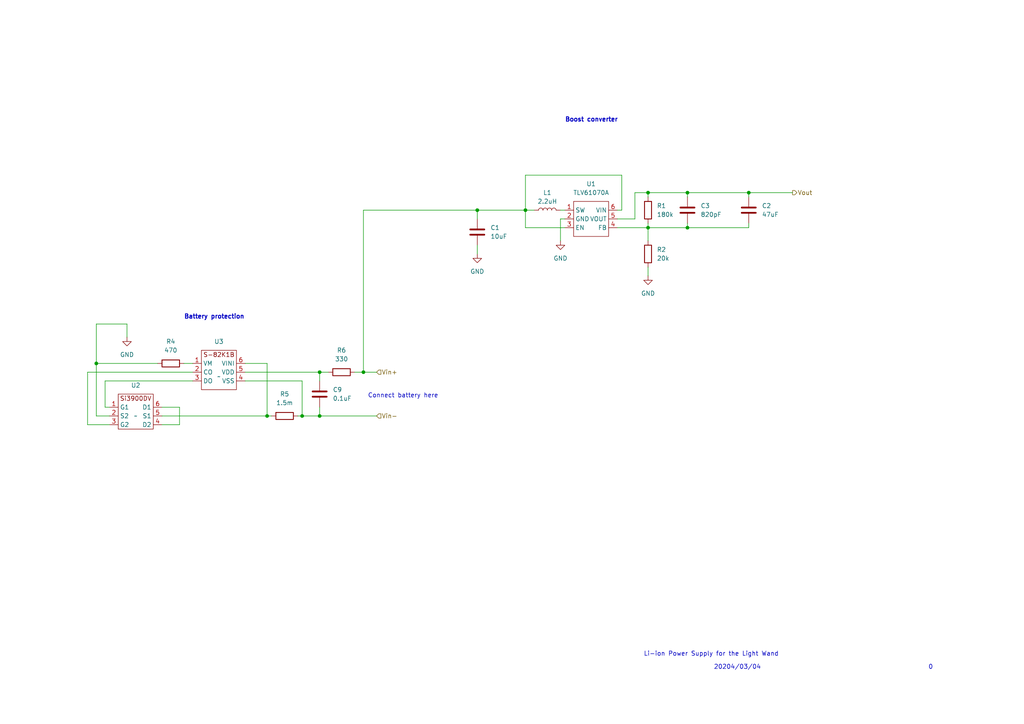
<source format=kicad_sch>
(kicad_sch (version 20230121) (generator eeschema)

  (uuid 2b14f44c-dff6-4431-acec-0de27f7a9525)

  (paper "A4")

  (lib_symbols
    (symbol "Device:C" (pin_numbers hide) (pin_names (offset 0.254)) (in_bom yes) (on_board yes)
      (property "Reference" "C" (at 0.635 2.54 0)
        (effects (font (size 1.27 1.27)) (justify left))
      )
      (property "Value" "C" (at 0.635 -2.54 0)
        (effects (font (size 1.27 1.27)) (justify left))
      )
      (property "Footprint" "" (at 0.9652 -3.81 0)
        (effects (font (size 1.27 1.27)) hide)
      )
      (property "Datasheet" "~" (at 0 0 0)
        (effects (font (size 1.27 1.27)) hide)
      )
      (property "ki_keywords" "cap capacitor" (at 0 0 0)
        (effects (font (size 1.27 1.27)) hide)
      )
      (property "ki_description" "Unpolarized capacitor" (at 0 0 0)
        (effects (font (size 1.27 1.27)) hide)
      )
      (property "ki_fp_filters" "C_*" (at 0 0 0)
        (effects (font (size 1.27 1.27)) hide)
      )
      (symbol "C_0_1"
        (polyline
          (pts
            (xy -2.032 -0.762)
            (xy 2.032 -0.762)
          )
          (stroke (width 0.508) (type default))
          (fill (type none))
        )
        (polyline
          (pts
            (xy -2.032 0.762)
            (xy 2.032 0.762)
          )
          (stroke (width 0.508) (type default))
          (fill (type none))
        )
      )
      (symbol "C_1_1"
        (pin passive line (at 0 3.81 270) (length 2.794)
          (name "~" (effects (font (size 1.27 1.27))))
          (number "1" (effects (font (size 1.27 1.27))))
        )
        (pin passive line (at 0 -3.81 90) (length 2.794)
          (name "~" (effects (font (size 1.27 1.27))))
          (number "2" (effects (font (size 1.27 1.27))))
        )
      )
    )
    (symbol "Device:L" (pin_numbers hide) (pin_names (offset 1.016) hide) (in_bom yes) (on_board yes)
      (property "Reference" "L" (at -1.27 0 90)
        (effects (font (size 1.27 1.27)))
      )
      (property "Value" "L" (at 1.905 0 90)
        (effects (font (size 1.27 1.27)))
      )
      (property "Footprint" "" (at 0 0 0)
        (effects (font (size 1.27 1.27)) hide)
      )
      (property "Datasheet" "~" (at 0 0 0)
        (effects (font (size 1.27 1.27)) hide)
      )
      (property "ki_keywords" "inductor choke coil reactor magnetic" (at 0 0 0)
        (effects (font (size 1.27 1.27)) hide)
      )
      (property "ki_description" "Inductor" (at 0 0 0)
        (effects (font (size 1.27 1.27)) hide)
      )
      (property "ki_fp_filters" "Choke_* *Coil* Inductor_* L_*" (at 0 0 0)
        (effects (font (size 1.27 1.27)) hide)
      )
      (symbol "L_0_1"
        (arc (start 0 -2.54) (mid 0.6323 -1.905) (end 0 -1.27)
          (stroke (width 0) (type default))
          (fill (type none))
        )
        (arc (start 0 -1.27) (mid 0.6323 -0.635) (end 0 0)
          (stroke (width 0) (type default))
          (fill (type none))
        )
        (arc (start 0 0) (mid 0.6323 0.635) (end 0 1.27)
          (stroke (width 0) (type default))
          (fill (type none))
        )
        (arc (start 0 1.27) (mid 0.6323 1.905) (end 0 2.54)
          (stroke (width 0) (type default))
          (fill (type none))
        )
      )
      (symbol "L_1_1"
        (pin passive line (at 0 3.81 270) (length 1.27)
          (name "1" (effects (font (size 1.27 1.27))))
          (number "1" (effects (font (size 1.27 1.27))))
        )
        (pin passive line (at 0 -3.81 90) (length 1.27)
          (name "2" (effects (font (size 1.27 1.27))))
          (number "2" (effects (font (size 1.27 1.27))))
        )
      )
    )
    (symbol "Device:R" (pin_numbers hide) (pin_names (offset 0)) (in_bom yes) (on_board yes)
      (property "Reference" "R" (at 2.032 0 90)
        (effects (font (size 1.27 1.27)))
      )
      (property "Value" "R" (at 0 0 90)
        (effects (font (size 1.27 1.27)))
      )
      (property "Footprint" "" (at -1.778 0 90)
        (effects (font (size 1.27 1.27)) hide)
      )
      (property "Datasheet" "~" (at 0 0 0)
        (effects (font (size 1.27 1.27)) hide)
      )
      (property "ki_keywords" "R res resistor" (at 0 0 0)
        (effects (font (size 1.27 1.27)) hide)
      )
      (property "ki_description" "Resistor" (at 0 0 0)
        (effects (font (size 1.27 1.27)) hide)
      )
      (property "ki_fp_filters" "R_*" (at 0 0 0)
        (effects (font (size 1.27 1.27)) hide)
      )
      (symbol "R_0_1"
        (rectangle (start -1.016 -2.54) (end 1.016 2.54)
          (stroke (width 0.254) (type default))
          (fill (type none))
        )
      )
      (symbol "R_1_1"
        (pin passive line (at 0 3.81 270) (length 1.27)
          (name "~" (effects (font (size 1.27 1.27))))
          (number "1" (effects (font (size 1.27 1.27))))
        )
        (pin passive line (at 0 -3.81 90) (length 1.27)
          (name "~" (effects (font (size 1.27 1.27))))
          (number "2" (effects (font (size 1.27 1.27))))
        )
      )
    )
    (symbol "light_wand_library:S-82K1BAM-I6T1U" (in_bom yes) (on_board yes)
      (property "Reference" "U" (at 0 8.89 0)
        (effects (font (size 1.27 1.27)))
      )
      (property "Value" "" (at 0 0 0)
        (effects (font (size 1.27 1.27)))
      )
      (property "Footprint" "" (at 0 0 0)
        (effects (font (size 1.27 1.27)) hide)
      )
      (property "Datasheet" "" (at 0 0 0)
        (effects (font (size 1.27 1.27)) hide)
      )
      (property "ki_description" "Battery Protection IC" (at 0 0 0)
        (effects (font (size 1.27 1.27)) hide)
      )
      (symbol "S-82K1BAM-I6T1U_0_1"
        (rectangle (start -5.08 7.62) (end 5.08 -3.81)
          (stroke (width 0) (type default))
          (fill (type none))
        )
      )
      (symbol "S-82K1BAM-I6T1U_1_1"
        (text "S-82K1B" (at 0 6.35 0)
          (effects (font (size 1.27 1.27)))
        )
        (pin input line (at -7.62 3.81 0) (length 2.54)
          (name "VM" (effects (font (size 1.27 1.27))))
          (number "1" (effects (font (size 1.27 1.27))))
        )
        (pin output line (at -7.62 1.27 0) (length 2.54)
          (name "CO" (effects (font (size 1.27 1.27))))
          (number "2" (effects (font (size 1.27 1.27))))
        )
        (pin output line (at -7.62 -1.27 0) (length 2.54)
          (name "DO" (effects (font (size 1.27 1.27))))
          (number "3" (effects (font (size 1.27 1.27))))
        )
        (pin input line (at 7.62 -1.27 180) (length 2.54)
          (name "VSS" (effects (font (size 1.27 1.27))))
          (number "4" (effects (font (size 1.27 1.27))))
        )
        (pin input line (at 7.62 1.27 180) (length 2.54)
          (name "VDD" (effects (font (size 1.27 1.27))))
          (number "5" (effects (font (size 1.27 1.27))))
        )
        (pin input line (at 7.62 3.81 180) (length 2.54)
          (name "VINI" (effects (font (size 1.27 1.27))))
          (number "6" (effects (font (size 1.27 1.27))))
        )
      )
    )
    (symbol "light_wand_library:Si3900DV" (in_bom yes) (on_board yes)
      (property "Reference" "U" (at 0 7.62 0)
        (effects (font (size 1.27 1.27)))
      )
      (property "Value" "" (at 0 0 0)
        (effects (font (size 1.27 1.27)))
      )
      (property "Footprint" "" (at 0 0 0)
        (effects (font (size 1.27 1.27)) hide)
      )
      (property "Datasheet" "" (at 0 0 0)
        (effects (font (size 1.27 1.27)) hide)
      )
      (property "ki_description" "Dual N-Channel MOSFET package" (at 0 0 0)
        (effects (font (size 1.27 1.27)) hide)
      )
      (symbol "Si3900DV_0_1"
        (rectangle (start -5.08 6.35) (end 5.08 -3.81)
          (stroke (width 0) (type default))
          (fill (type none))
        )
      )
      (symbol "Si3900DV_1_1"
        (text "Si3900DV" (at 0 5.08 0)
          (effects (font (size 1.27 1.27)))
        )
        (pin input line (at -7.62 2.54 0) (length 2.54)
          (name "G1" (effects (font (size 1.27 1.27))))
          (number "1" (effects (font (size 1.27 1.27))))
        )
        (pin bidirectional line (at -7.62 0 0) (length 2.54)
          (name "S2" (effects (font (size 1.27 1.27))))
          (number "2" (effects (font (size 1.27 1.27))))
        )
        (pin input line (at -7.62 -2.54 0) (length 2.54)
          (name "G2" (effects (font (size 1.27 1.27))))
          (number "3" (effects (font (size 1.27 1.27))))
        )
        (pin bidirectional line (at 7.62 -2.54 180) (length 2.54)
          (name "D2" (effects (font (size 1.27 1.27))))
          (number "4" (effects (font (size 1.27 1.27))))
        )
        (pin bidirectional line (at 7.62 0 180) (length 2.54)
          (name "S1" (effects (font (size 1.27 1.27))))
          (number "5" (effects (font (size 1.27 1.27))))
        )
        (pin bidirectional line (at 7.62 2.54 180) (length 2.54)
          (name "D1" (effects (font (size 1.27 1.27))))
          (number "6" (effects (font (size 1.27 1.27))))
        )
      )
    )
    (symbol "light_wand_library:TLV61070A" (in_bom yes) (on_board yes)
      (property "Reference" "U" (at 0 7.62 0)
        (effects (font (size 1.27 1.27)))
      )
      (property "Value" "TLV61070A" (at 0 5.08 0)
        (effects (font (size 1.27 1.27)))
      )
      (property "Footprint" "Package_TO_SOT_SMD:SOT-23-6_Handsoldering" (at 0 -7.62 0)
        (effects (font (size 1.27 1.27)) hide)
      )
      (property "Datasheet" "" (at 0 0 0)
        (effects (font (size 1.27 1.27)) hide)
      )
      (symbol "TLV61070A_0_1"
        (rectangle (start -5.08 3.81) (end 5.08 -6.35)
          (stroke (width 0) (type default))
          (fill (type none))
        )
      )
      (symbol "TLV61070A_1_1"
        (pin input line (at -7.62 1.27 0) (length 2.54)
          (name "SW" (effects (font (size 1.27 1.27))))
          (number "1" (effects (font (size 1.27 1.27))))
        )
        (pin input line (at -7.62 -1.27 0) (length 2.54)
          (name "GND" (effects (font (size 1.27 1.27))))
          (number "2" (effects (font (size 1.27 1.27))))
        )
        (pin input line (at -7.62 -3.81 0) (length 2.54)
          (name "EN" (effects (font (size 1.27 1.27))))
          (number "3" (effects (font (size 1.27 1.27))))
        )
        (pin input line (at 7.62 -3.81 180) (length 2.54)
          (name "FB" (effects (font (size 1.27 1.27))))
          (number "4" (effects (font (size 1.27 1.27))))
        )
        (pin input line (at 7.62 -1.27 180) (length 2.54)
          (name "VOUT" (effects (font (size 1.27 1.27))))
          (number "5" (effects (font (size 1.27 1.27))))
        )
        (pin input line (at 7.62 1.27 180) (length 2.54)
          (name "VIN" (effects (font (size 1.27 1.27))))
          (number "6" (effects (font (size 1.27 1.27))))
        )
      )
    )
    (symbol "power:GND" (power) (pin_names (offset 0)) (in_bom yes) (on_board yes)
      (property "Reference" "#PWR" (at 0 -6.35 0)
        (effects (font (size 1.27 1.27)) hide)
      )
      (property "Value" "GND" (at 0 -3.81 0)
        (effects (font (size 1.27 1.27)))
      )
      (property "Footprint" "" (at 0 0 0)
        (effects (font (size 1.27 1.27)) hide)
      )
      (property "Datasheet" "" (at 0 0 0)
        (effects (font (size 1.27 1.27)) hide)
      )
      (property "ki_keywords" "global power" (at 0 0 0)
        (effects (font (size 1.27 1.27)) hide)
      )
      (property "ki_description" "Power symbol creates a global label with name \"GND\" , ground" (at 0 0 0)
        (effects (font (size 1.27 1.27)) hide)
      )
      (symbol "GND_0_1"
        (polyline
          (pts
            (xy 0 0)
            (xy 0 -1.27)
            (xy 1.27 -1.27)
            (xy 0 -2.54)
            (xy -1.27 -1.27)
            (xy 0 -1.27)
          )
          (stroke (width 0) (type default))
          (fill (type none))
        )
      )
      (symbol "GND_1_1"
        (pin power_in line (at 0 0 270) (length 0) hide
          (name "GND" (effects (font (size 1.27 1.27))))
          (number "1" (effects (font (size 1.27 1.27))))
        )
      )
    )
  )

  (junction (at 92.71 107.95) (diameter 0) (color 0 0 0 0)
    (uuid 09e3aab2-4bdc-4cb1-a9d0-16210e6fbead)
  )
  (junction (at 187.96 55.88) (diameter 0) (color 0 0 0 0)
    (uuid 0cce8915-8d48-44e4-9354-61a060d87a40)
  )
  (junction (at 217.17 55.88) (diameter 0) (color 0 0 0 0)
    (uuid 12b413a6-110c-4d62-8047-e92b7d12b947)
  )
  (junction (at 199.39 66.04) (diameter 0) (color 0 0 0 0)
    (uuid 25158f69-c697-4154-9345-f7b81ad260da)
  )
  (junction (at 187.96 66.04) (diameter 0) (color 0 0 0 0)
    (uuid 50f1adf5-4182-4205-95b5-c18b1a9d26cc)
  )
  (junction (at 152.4 60.96) (diameter 0) (color 0 0 0 0)
    (uuid 6f955d38-a641-49c8-a6c2-430deda6126d)
  )
  (junction (at 87.63 120.65) (diameter 0) (color 0 0 0 0)
    (uuid 8bed1c84-38c0-426c-976e-6262dff4b93e)
  )
  (junction (at 77.47 120.65) (diameter 0) (color 0 0 0 0)
    (uuid 8f20e0b6-7e31-4fb8-8881-cdf41aee2f92)
  )
  (junction (at 199.39 55.88) (diameter 0) (color 0 0 0 0)
    (uuid 915c8383-5d97-43b1-9fbd-45342312d2f2)
  )
  (junction (at 92.71 120.65) (diameter 0) (color 0 0 0 0)
    (uuid af3dd391-eb11-456f-8565-320ec9b57179)
  )
  (junction (at 105.41 107.95) (diameter 0) (color 0 0 0 0)
    (uuid d193cad7-dca7-4fd0-8248-0c6d0668ab22)
  )
  (junction (at 27.94 105.41) (diameter 0) (color 0 0 0 0)
    (uuid d4ff59c0-bdb1-4b45-8943-1f0641628ba1)
  )
  (junction (at 138.43 60.96) (diameter 0) (color 0 0 0 0)
    (uuid fa6e2bc5-4aa5-44fe-9dfc-71bfce856cfd)
  )

  (wire (pts (xy 138.43 60.96) (xy 105.41 60.96))
    (stroke (width 0) (type default))
    (uuid 0427632a-b215-4fd2-aa0c-b7f87ad668ed)
  )
  (wire (pts (xy 92.71 107.95) (xy 95.25 107.95))
    (stroke (width 0) (type default))
    (uuid 07b0cff7-c9e9-428e-b5ee-3b4b283bf0ef)
  )
  (wire (pts (xy 199.39 55.88) (xy 217.17 55.88))
    (stroke (width 0) (type default))
    (uuid 0c3c3e05-35bf-48fa-a4aa-57e8b21395f6)
  )
  (wire (pts (xy 152.4 50.8) (xy 152.4 60.96))
    (stroke (width 0) (type default))
    (uuid 0c6a0df7-902d-489e-800d-97354779c7e5)
  )
  (wire (pts (xy 199.39 66.04) (xy 199.39 64.77))
    (stroke (width 0) (type default))
    (uuid 0d42a1e7-66fe-4604-9c6c-4d961c9b641b)
  )
  (wire (pts (xy 55.88 107.95) (xy 25.4 107.95))
    (stroke (width 0) (type default))
    (uuid 0eb85ed5-2ff4-4af6-9425-d563909bef21)
  )
  (wire (pts (xy 179.07 63.5) (xy 184.15 63.5))
    (stroke (width 0) (type default))
    (uuid 0eed3b6b-d942-4453-97b5-932879e01b32)
  )
  (wire (pts (xy 27.94 120.65) (xy 27.94 105.41))
    (stroke (width 0) (type default))
    (uuid 0f41dc93-10dc-45ec-af9b-e4120fc98b39)
  )
  (wire (pts (xy 187.96 66.04) (xy 187.96 69.85))
    (stroke (width 0) (type default))
    (uuid 0f5e9e73-527e-4d38-88bc-9720063ef863)
  )
  (wire (pts (xy 180.34 60.96) (xy 179.07 60.96))
    (stroke (width 0) (type default))
    (uuid 1007b81d-dad4-4d00-8fea-8a3ee47fc39e)
  )
  (wire (pts (xy 217.17 55.88) (xy 217.17 57.15))
    (stroke (width 0) (type default))
    (uuid 10ae4c13-2547-487e-8a12-5cac51969e3d)
  )
  (wire (pts (xy 87.63 120.65) (xy 92.71 120.65))
    (stroke (width 0) (type default))
    (uuid 1168c92e-5654-42e1-9206-a97ebfd56dd3)
  )
  (wire (pts (xy 77.47 120.65) (xy 78.74 120.65))
    (stroke (width 0) (type default))
    (uuid 16f7fb88-50e0-4e5c-bfc3-a1f7c922b778)
  )
  (wire (pts (xy 71.12 110.49) (xy 87.63 110.49))
    (stroke (width 0) (type default))
    (uuid 2252dd0a-4cc5-4acd-ade1-962008018b34)
  )
  (wire (pts (xy 187.96 66.04) (xy 187.96 64.77))
    (stroke (width 0) (type default))
    (uuid 3119f26f-8353-49ec-b45f-714ac1a360de)
  )
  (wire (pts (xy 187.96 55.88) (xy 199.39 55.88))
    (stroke (width 0) (type default))
    (uuid 32d160bf-3f7c-4184-8309-7ffe3a2f24f2)
  )
  (wire (pts (xy 92.71 118.11) (xy 92.71 120.65))
    (stroke (width 0) (type default))
    (uuid 33cde3af-ab81-4b33-8ac9-e09c417a25e0)
  )
  (wire (pts (xy 25.4 123.19) (xy 31.75 123.19))
    (stroke (width 0) (type default))
    (uuid 3664ad67-119e-465e-b620-373e9da0fc4a)
  )
  (wire (pts (xy 27.94 105.41) (xy 27.94 93.98))
    (stroke (width 0) (type default))
    (uuid 37041623-5f2b-42ca-be95-349d9c0bf76a)
  )
  (wire (pts (xy 162.56 60.96) (xy 163.83 60.96))
    (stroke (width 0) (type default))
    (uuid 3b610b64-8daf-426e-9bbb-7ec8e450b7fb)
  )
  (wire (pts (xy 180.34 50.8) (xy 152.4 50.8))
    (stroke (width 0) (type default))
    (uuid 45de2145-4d82-4d0f-b4d0-9096e0b79dbc)
  )
  (wire (pts (xy 27.94 105.41) (xy 45.72 105.41))
    (stroke (width 0) (type default))
    (uuid 474d6b1e-cfd0-446b-aec5-fbcddb1c1af1)
  )
  (wire (pts (xy 46.99 120.65) (xy 77.47 120.65))
    (stroke (width 0) (type default))
    (uuid 4eb4d782-643a-4479-925a-f312fba11ef4)
  )
  (wire (pts (xy 152.4 66.04) (xy 163.83 66.04))
    (stroke (width 0) (type default))
    (uuid 5215c6a1-ce61-4d9f-b9c3-476c127a6372)
  )
  (wire (pts (xy 180.34 50.8) (xy 180.34 60.96))
    (stroke (width 0) (type default))
    (uuid 548755ff-50bc-4b3b-a7bf-d78ffb5f75ea)
  )
  (wire (pts (xy 152.4 60.96) (xy 152.4 66.04))
    (stroke (width 0) (type default))
    (uuid 588332b0-340e-4cc8-bb31-bb215d93dcdc)
  )
  (wire (pts (xy 30.48 118.11) (xy 31.75 118.11))
    (stroke (width 0) (type default))
    (uuid 5e633a2b-73e3-4290-981b-9b1cb4114dbb)
  )
  (wire (pts (xy 217.17 55.88) (xy 229.87 55.88))
    (stroke (width 0) (type default))
    (uuid 617eccc2-9779-4d7f-99c9-1a26e0310b69)
  )
  (wire (pts (xy 31.75 120.65) (xy 27.94 120.65))
    (stroke (width 0) (type default))
    (uuid 678bbe47-8c7a-4039-83d6-3b8e12ab5dea)
  )
  (wire (pts (xy 92.71 107.95) (xy 92.71 110.49))
    (stroke (width 0) (type default))
    (uuid 6ba03c41-f5e9-4198-ac50-631b3b54f1df)
  )
  (wire (pts (xy 162.56 63.5) (xy 162.56 69.85))
    (stroke (width 0) (type default))
    (uuid 6c0afbe1-2922-4d50-b5d2-d13660ee758e)
  )
  (wire (pts (xy 55.88 110.49) (xy 30.48 110.49))
    (stroke (width 0) (type default))
    (uuid 7992a861-d82a-4456-8e86-f10d9fe33186)
  )
  (wire (pts (xy 184.15 63.5) (xy 184.15 55.88))
    (stroke (width 0) (type default))
    (uuid 7ccc94c0-ae53-458d-98f8-b525371befc5)
  )
  (wire (pts (xy 71.12 107.95) (xy 92.71 107.95))
    (stroke (width 0) (type default))
    (uuid 7f1afea2-4262-41eb-93f9-82a0d19f0b98)
  )
  (wire (pts (xy 187.96 57.15) (xy 187.96 55.88))
    (stroke (width 0) (type default))
    (uuid 874a47e8-98ce-4d53-ac38-ebf9c5a9ae4c)
  )
  (wire (pts (xy 187.96 66.04) (xy 199.39 66.04))
    (stroke (width 0) (type default))
    (uuid 874bef2d-ab6e-46a7-bf3c-43ad8988b342)
  )
  (wire (pts (xy 87.63 110.49) (xy 87.63 120.65))
    (stroke (width 0) (type default))
    (uuid 8b967ecc-8022-4eb9-92f9-90c71f89ebf4)
  )
  (wire (pts (xy 199.39 55.88) (xy 199.39 57.15))
    (stroke (width 0) (type default))
    (uuid 8fa6ea0c-90c0-40f8-95ba-0005ff295cb4)
  )
  (wire (pts (xy 77.47 105.41) (xy 71.12 105.41))
    (stroke (width 0) (type default))
    (uuid 918a4d43-ffdd-4e8d-9f79-a1d988cbeec0)
  )
  (wire (pts (xy 138.43 71.12) (xy 138.43 73.66))
    (stroke (width 0) (type default))
    (uuid 9219aa2c-10e4-41db-af10-22f6131744d1)
  )
  (wire (pts (xy 105.41 60.96) (xy 105.41 107.95))
    (stroke (width 0) (type default))
    (uuid 94a5cbe5-7d01-4226-818f-974f605e18cd)
  )
  (wire (pts (xy 138.43 60.96) (xy 152.4 60.96))
    (stroke (width 0) (type default))
    (uuid 99876e3a-fffc-42b6-a335-339a86abd784)
  )
  (wire (pts (xy 184.15 55.88) (xy 187.96 55.88))
    (stroke (width 0) (type default))
    (uuid 99d4b90c-7369-4c75-a0d7-2693cb7fcf52)
  )
  (wire (pts (xy 46.99 123.19) (xy 52.07 123.19))
    (stroke (width 0) (type default))
    (uuid a0f9b6d2-0e41-41e1-93d0-0b39070a4949)
  )
  (wire (pts (xy 187.96 77.47) (xy 187.96 80.01))
    (stroke (width 0) (type default))
    (uuid ab28af3f-6c44-4e09-8cf3-9dae45bb7d3e)
  )
  (wire (pts (xy 53.34 105.41) (xy 55.88 105.41))
    (stroke (width 0) (type default))
    (uuid aeccb4cc-9e62-445d-96f5-87dafd14811e)
  )
  (wire (pts (xy 30.48 110.49) (xy 30.48 118.11))
    (stroke (width 0) (type default))
    (uuid b02e834c-50bd-4e3d-b7f6-5b04a70bc489)
  )
  (wire (pts (xy 46.99 118.11) (xy 52.07 118.11))
    (stroke (width 0) (type default))
    (uuid b47dada3-0ff5-4bf9-b914-1c850aac82c3)
  )
  (wire (pts (xy 217.17 66.04) (xy 217.17 64.77))
    (stroke (width 0) (type default))
    (uuid b6f859d2-1c50-48ae-ad8c-181485bef5bf)
  )
  (wire (pts (xy 152.4 60.96) (xy 154.94 60.96))
    (stroke (width 0) (type default))
    (uuid bc4ff4e8-0351-4667-90aa-f663c47bf681)
  )
  (wire (pts (xy 163.83 63.5) (xy 162.56 63.5))
    (stroke (width 0) (type default))
    (uuid bc71b211-c05f-4b25-9743-f6ee179feac2)
  )
  (wire (pts (xy 27.94 93.98) (xy 36.83 93.98))
    (stroke (width 0) (type default))
    (uuid beef212b-5339-4398-9329-fdfd5515e393)
  )
  (wire (pts (xy 179.07 66.04) (xy 187.96 66.04))
    (stroke (width 0) (type default))
    (uuid bf0fec86-f478-4313-aa44-6d34bdf1d346)
  )
  (wire (pts (xy 36.83 93.98) (xy 36.83 97.79))
    (stroke (width 0) (type default))
    (uuid c6dccda3-2137-46f0-9e9a-5f42d4dd61b9)
  )
  (wire (pts (xy 199.39 66.04) (xy 217.17 66.04))
    (stroke (width 0) (type default))
    (uuid d82fb50d-8d0a-43fc-b9b5-7a02dcc1f8f2)
  )
  (wire (pts (xy 25.4 107.95) (xy 25.4 123.19))
    (stroke (width 0) (type default))
    (uuid d98c3ea5-3728-42cc-8543-3b6864647d15)
  )
  (wire (pts (xy 92.71 120.65) (xy 109.22 120.65))
    (stroke (width 0) (type default))
    (uuid dcb385ba-bf24-498a-89a8-c01771444510)
  )
  (wire (pts (xy 105.41 107.95) (xy 109.22 107.95))
    (stroke (width 0) (type default))
    (uuid e17ddcc2-9c0e-4b85-80a7-d7ff12c0d3e4)
  )
  (wire (pts (xy 52.07 118.11) (xy 52.07 123.19))
    (stroke (width 0) (type default))
    (uuid e4bda5a2-f7c1-45ef-9d41-0458706a8fc8)
  )
  (wire (pts (xy 102.87 107.95) (xy 105.41 107.95))
    (stroke (width 0) (type default))
    (uuid eab1847d-2752-43a7-a4af-cf79eff92009)
  )
  (wire (pts (xy 86.36 120.65) (xy 87.63 120.65))
    (stroke (width 0) (type default))
    (uuid eab2e7de-330a-472c-8acd-c168e917f2ec)
  )
  (wire (pts (xy 138.43 60.96) (xy 138.43 63.5))
    (stroke (width 0) (type default))
    (uuid f173e2a6-b7a2-461f-ac2d-5d39af8cf72c)
  )
  (wire (pts (xy 77.47 120.65) (xy 77.47 105.41))
    (stroke (width 0) (type default))
    (uuid ff8456e7-89dd-46a4-8fb4-06efaacab493)
  )

  (text "Boost converter" (at 163.83 35.56 0)
    (effects (font (size 1.27 1.27) (thickness 0.254) bold) (justify left bottom))
    (uuid 352e29a8-4456-4150-a49a-97745cd5a0b7)
  )
  (text "20204/03/04" (at 207.01 194.31 0)
    (effects (font (size 1.27 1.27)) (justify left bottom))
    (uuid 6f872f7b-b5ba-4013-b7b2-5c684500a00c)
  )
  (text "Li-ion Power Supply for the Light Wand\n" (at 186.69 190.5 0)
    (effects (font (size 1.27 1.27)) (justify left bottom))
    (uuid 92f5668c-aa18-4d7b-b476-07450ddcfa5c)
  )
  (text "Connect battery here" (at 106.68 115.57 0)
    (effects (font (size 1.27 1.27)) (justify left bottom))
    (uuid abd291c0-1d81-4524-a875-8cab57aadef6)
  )
  (text "Battery protection" (at 53.34 92.71 0)
    (effects (font (size 1.27 1.27) (thickness 0.254) bold) (justify left bottom))
    (uuid ea890aaa-ef76-4fc3-ba3c-261a034c20b2)
  )
  (text "0" (at 269.24 194.31 0)
    (effects (font (size 1.27 1.27)) (justify left bottom))
    (uuid ee3be14e-d715-404a-941b-0a29026b6347)
  )

  (hierarchical_label "Vin-" (shape input) (at 109.22 120.65 0) (fields_autoplaced)
    (effects (font (size 1.27 1.27)) (justify left))
    (uuid 9e1bc100-5593-4f96-a09a-8f12340bb8d2)
  )
  (hierarchical_label "Vout" (shape output) (at 229.87 55.88 0) (fields_autoplaced)
    (effects (font (size 1.27 1.27)) (justify left))
    (uuid c3d4fb28-8797-499c-ab59-bd2b6873b9d6)
  )
  (hierarchical_label "Vin+" (shape input) (at 109.22 107.95 0) (fields_autoplaced)
    (effects (font (size 1.27 1.27)) (justify left))
    (uuid d426c08c-02a3-451e-bc07-d9f6974519f9)
  )

  (symbol (lib_id "Device:C") (at 92.71 114.3 0) (unit 1)
    (in_bom yes) (on_board yes) (dnp no) (fields_autoplaced)
    (uuid 0353868f-a027-4c1b-b5dd-2c099450fd36)
    (property "Reference" "C9" (at 96.52 113.03 0)
      (effects (font (size 1.27 1.27)) (justify left))
    )
    (property "Value" "0.1uF" (at 96.52 115.57 0)
      (effects (font (size 1.27 1.27)) (justify left))
    )
    (property "Footprint" "" (at 93.6752 118.11 0)
      (effects (font (size 1.27 1.27)) hide)
    )
    (property "Datasheet" "~" (at 92.71 114.3 0)
      (effects (font (size 1.27 1.27)) hide)
    )
    (pin "1" (uuid 803e34b4-3f42-4f5e-8f2a-cbdfdaa55937))
    (pin "2" (uuid 815b52e1-ad7d-40da-a1dd-63e64c7a3cf4))
    (instances
      (project "light_wand"
        (path "/1490551a-2c24-45df-b317-45d6c7f84af9/1ba98658-464e-4305-848f-5f718e928d99"
          (reference "C9") (unit 1)
        )
      )
    )
  )

  (symbol (lib_id "light_wand_library:Si3900DV") (at 39.37 120.65 0) (unit 1)
    (in_bom yes) (on_board yes) (dnp no) (fields_autoplaced)
    (uuid 0a493789-7ab4-4da5-baa4-9d82df52e584)
    (property "Reference" "U2" (at 39.37 111.76 0)
      (effects (font (size 1.27 1.27)))
    )
    (property "Value" "~" (at 39.37 120.65 0)
      (effects (font (size 1.27 1.27)))
    )
    (property "Footprint" "Package_SO:TSOP-6_1.65x3.05mm_P0.95mm" (at 39.37 120.65 0)
      (effects (font (size 1.27 1.27)) hide)
    )
    (property "Datasheet" "" (at 39.37 120.65 0)
      (effects (font (size 1.27 1.27)) hide)
    )
    (pin "1" (uuid 00a28d00-5df7-4952-8d1a-80a93f0fa649))
    (pin "2" (uuid 258e1783-e6fd-4fba-b5f2-3d2be0a3b50e))
    (pin "3" (uuid 96a2bda0-b71a-4729-b538-736e963119da))
    (pin "4" (uuid a34a71e0-5449-4381-924f-f53d3254f843))
    (pin "5" (uuid 7993bad5-5872-4f24-bea7-a44d1010209e))
    (pin "6" (uuid a4de8d53-5674-4ef9-81b8-6e57abb43a5d))
    (instances
      (project "light_wand"
        (path "/1490551a-2c24-45df-b317-45d6c7f84af9/1ba98658-464e-4305-848f-5f718e928d99"
          (reference "U2") (unit 1)
        )
      )
    )
  )

  (symbol (lib_id "power:GND") (at 138.43 73.66 0) (unit 1)
    (in_bom yes) (on_board yes) (dnp no) (fields_autoplaced)
    (uuid 17ce5cee-9913-4204-8dfc-5567e7684f8a)
    (property "Reference" "#PWR01" (at 138.43 80.01 0)
      (effects (font (size 1.27 1.27)) hide)
    )
    (property "Value" "GND" (at 138.43 78.74 0)
      (effects (font (size 1.27 1.27)))
    )
    (property "Footprint" "" (at 138.43 73.66 0)
      (effects (font (size 1.27 1.27)) hide)
    )
    (property "Datasheet" "" (at 138.43 73.66 0)
      (effects (font (size 1.27 1.27)) hide)
    )
    (pin "1" (uuid 7252d35f-fa1d-4788-a70b-e47c59d776de))
    (instances
      (project "light_wand"
        (path "/1490551a-2c24-45df-b317-45d6c7f84af9/1ba98658-464e-4305-848f-5f718e928d99"
          (reference "#PWR01") (unit 1)
        )
      )
    )
  )

  (symbol (lib_id "Device:R") (at 187.96 60.96 0) (unit 1)
    (in_bom yes) (on_board yes) (dnp no) (fields_autoplaced)
    (uuid 1f549cfd-afb8-4714-aebe-3e5896a83001)
    (property "Reference" "R1" (at 190.5 59.69 0)
      (effects (font (size 1.27 1.27)) (justify left))
    )
    (property "Value" "180k" (at 190.5 62.23 0)
      (effects (font (size 1.27 1.27)) (justify left))
    )
    (property "Footprint" "" (at 186.182 60.96 90)
      (effects (font (size 1.27 1.27)) hide)
    )
    (property "Datasheet" "~" (at 187.96 60.96 0)
      (effects (font (size 1.27 1.27)) hide)
    )
    (pin "1" (uuid 6b4e9f71-b41d-4b72-a89f-f655fdffe780))
    (pin "2" (uuid e7f53cd8-a9bf-416a-a493-826de2d438e4))
    (instances
      (project "light_wand"
        (path "/1490551a-2c24-45df-b317-45d6c7f84af9/1ba98658-464e-4305-848f-5f718e928d99"
          (reference "R1") (unit 1)
        )
      )
    )
  )

  (symbol (lib_id "Device:L") (at 158.75 60.96 90) (unit 1)
    (in_bom yes) (on_board yes) (dnp no) (fields_autoplaced)
    (uuid 2e2d359e-d72c-4bfb-9daf-b1d25546802f)
    (property "Reference" "L1" (at 158.75 55.88 90)
      (effects (font (size 1.27 1.27)))
    )
    (property "Value" "2.2uH" (at 158.75 58.42 90)
      (effects (font (size 1.27 1.27)))
    )
    (property "Footprint" "light_wand_footprints:74438357022_4.1x3.1mm_Inductor" (at 158.75 60.96 0)
      (effects (font (size 1.27 1.27)) hide)
    )
    (property "Datasheet" "https://www.we-online.com/components/products/datasheet/74438357022.pdf" (at 158.75 60.96 0)
      (effects (font (size 1.27 1.27)) hide)
    )
    (pin "1" (uuid 071fae31-085f-4808-acfa-7a0964806a6b))
    (pin "2" (uuid c26e91d0-a67a-44d7-8334-e29ce36e2344))
    (instances
      (project "light_wand"
        (path "/1490551a-2c24-45df-b317-45d6c7f84af9/1ba98658-464e-4305-848f-5f718e928d99"
          (reference "L1") (unit 1)
        )
      )
    )
  )

  (symbol (lib_id "power:GND") (at 36.83 97.79 0) (unit 1)
    (in_bom yes) (on_board yes) (dnp no) (fields_autoplaced)
    (uuid 3bf217c6-b670-475f-970f-2d7d4ccaba68)
    (property "Reference" "#PWR011" (at 36.83 104.14 0)
      (effects (font (size 1.27 1.27)) hide)
    )
    (property "Value" "GND" (at 36.83 102.87 0)
      (effects (font (size 1.27 1.27)))
    )
    (property "Footprint" "" (at 36.83 97.79 0)
      (effects (font (size 1.27 1.27)) hide)
    )
    (property "Datasheet" "" (at 36.83 97.79 0)
      (effects (font (size 1.27 1.27)) hide)
    )
    (pin "1" (uuid ed871861-b191-4657-a3d0-2a680546060c))
    (instances
      (project "light_wand"
        (path "/1490551a-2c24-45df-b317-45d6c7f84af9/1ba98658-464e-4305-848f-5f718e928d99"
          (reference "#PWR011") (unit 1)
        )
      )
    )
  )

  (symbol (lib_id "Device:R") (at 99.06 107.95 90) (unit 1)
    (in_bom yes) (on_board yes) (dnp no) (fields_autoplaced)
    (uuid 4a4ef522-7076-4d5b-a439-854e75eb8945)
    (property "Reference" "R6" (at 99.06 101.6 90)
      (effects (font (size 1.27 1.27)))
    )
    (property "Value" "330" (at 99.06 104.14 90)
      (effects (font (size 1.27 1.27)))
    )
    (property "Footprint" "" (at 99.06 109.728 90)
      (effects (font (size 1.27 1.27)) hide)
    )
    (property "Datasheet" "~" (at 99.06 107.95 0)
      (effects (font (size 1.27 1.27)) hide)
    )
    (pin "1" (uuid f2b8ef75-b3ef-438d-a125-b6496663923d))
    (pin "2" (uuid a256e145-ec8b-46ac-a30c-63c04b391593))
    (instances
      (project "light_wand"
        (path "/1490551a-2c24-45df-b317-45d6c7f84af9/1ba98658-464e-4305-848f-5f718e928d99"
          (reference "R6") (unit 1)
        )
      )
    )
  )

  (symbol (lib_id "power:GND") (at 187.96 80.01 0) (unit 1)
    (in_bom yes) (on_board yes) (dnp no) (fields_autoplaced)
    (uuid 5b2645ff-ab9c-4306-971e-f9d1cfea87eb)
    (property "Reference" "#PWR03" (at 187.96 86.36 0)
      (effects (font (size 1.27 1.27)) hide)
    )
    (property "Value" "GND" (at 187.96 85.09 0)
      (effects (font (size 1.27 1.27)))
    )
    (property "Footprint" "" (at 187.96 80.01 0)
      (effects (font (size 1.27 1.27)) hide)
    )
    (property "Datasheet" "" (at 187.96 80.01 0)
      (effects (font (size 1.27 1.27)) hide)
    )
    (pin "1" (uuid 6481986a-503e-4b6d-b044-4696119b9005))
    (instances
      (project "light_wand"
        (path "/1490551a-2c24-45df-b317-45d6c7f84af9/1ba98658-464e-4305-848f-5f718e928d99"
          (reference "#PWR03") (unit 1)
        )
      )
    )
  )

  (symbol (lib_id "power:GND") (at 162.56 69.85 0) (unit 1)
    (in_bom yes) (on_board yes) (dnp no) (fields_autoplaced)
    (uuid 612498b1-cd8c-4c5f-a0ce-612fbe472c2a)
    (property "Reference" "#PWR02" (at 162.56 76.2 0)
      (effects (font (size 1.27 1.27)) hide)
    )
    (property "Value" "GND" (at 162.56 74.93 0)
      (effects (font (size 1.27 1.27)))
    )
    (property "Footprint" "" (at 162.56 69.85 0)
      (effects (font (size 1.27 1.27)) hide)
    )
    (property "Datasheet" "" (at 162.56 69.85 0)
      (effects (font (size 1.27 1.27)) hide)
    )
    (pin "1" (uuid f1f65a18-a575-4e39-95ff-306260d7552e))
    (instances
      (project "light_wand"
        (path "/1490551a-2c24-45df-b317-45d6c7f84af9/1ba98658-464e-4305-848f-5f718e928d99"
          (reference "#PWR02") (unit 1)
        )
      )
    )
  )

  (symbol (lib_id "Device:C") (at 217.17 60.96 0) (unit 1)
    (in_bom yes) (on_board yes) (dnp no) (fields_autoplaced)
    (uuid 65e37af7-a1d2-415b-845a-c38f45e7cdd4)
    (property "Reference" "C2" (at 220.98 59.69 0)
      (effects (font (size 1.27 1.27)) (justify left))
    )
    (property "Value" "47uF" (at 220.98 62.23 0)
      (effects (font (size 1.27 1.27)) (justify left))
    )
    (property "Footprint" "" (at 218.1352 64.77 0)
      (effects (font (size 1.27 1.27)) hide)
    )
    (property "Datasheet" "~" (at 217.17 60.96 0)
      (effects (font (size 1.27 1.27)) hide)
    )
    (pin "1" (uuid 07fb104b-335f-46cd-ba5e-df3a6e254a15))
    (pin "2" (uuid 9d2df9d0-b764-4d1c-9068-f4ce1901efe5))
    (instances
      (project "light_wand"
        (path "/1490551a-2c24-45df-b317-45d6c7f84af9/1ba98658-464e-4305-848f-5f718e928d99"
          (reference "C2") (unit 1)
        )
      )
    )
  )

  (symbol (lib_id "Device:C") (at 199.39 60.96 0) (unit 1)
    (in_bom yes) (on_board yes) (dnp no) (fields_autoplaced)
    (uuid 838d4d43-576e-47bd-9e80-93ed1d659770)
    (property "Reference" "C3" (at 203.2 59.69 0)
      (effects (font (size 1.27 1.27)) (justify left))
    )
    (property "Value" "820pF" (at 203.2 62.23 0)
      (effects (font (size 1.27 1.27)) (justify left))
    )
    (property "Footprint" "" (at 200.3552 64.77 0)
      (effects (font (size 1.27 1.27)) hide)
    )
    (property "Datasheet" "~" (at 199.39 60.96 0)
      (effects (font (size 1.27 1.27)) hide)
    )
    (pin "1" (uuid c7e0d3a0-2a3e-441f-b980-38a26cde8304))
    (pin "2" (uuid 69e98f87-22be-42d6-b0ed-7797fdc4040b))
    (instances
      (project "light_wand"
        (path "/1490551a-2c24-45df-b317-45d6c7f84af9/1ba98658-464e-4305-848f-5f718e928d99"
          (reference "C3") (unit 1)
        )
      )
    )
  )

  (symbol (lib_id "Device:R") (at 187.96 73.66 0) (unit 1)
    (in_bom yes) (on_board yes) (dnp no) (fields_autoplaced)
    (uuid 970cf666-98b8-4db2-9c6f-2109c88225e4)
    (property "Reference" "R2" (at 190.5 72.39 0)
      (effects (font (size 1.27 1.27)) (justify left))
    )
    (property "Value" "20k" (at 190.5 74.93 0)
      (effects (font (size 1.27 1.27)) (justify left))
    )
    (property "Footprint" "" (at 186.182 73.66 90)
      (effects (font (size 1.27 1.27)) hide)
    )
    (property "Datasheet" "~" (at 187.96 73.66 0)
      (effects (font (size 1.27 1.27)) hide)
    )
    (pin "1" (uuid f8ebf513-d2b3-4f05-8e95-9493690da642))
    (pin "2" (uuid 06ad35bf-8898-4595-977b-71b833eb758c))
    (instances
      (project "light_wand"
        (path "/1490551a-2c24-45df-b317-45d6c7f84af9/1ba98658-464e-4305-848f-5f718e928d99"
          (reference "R2") (unit 1)
        )
      )
    )
  )

  (symbol (lib_id "Device:R") (at 82.55 120.65 90) (unit 1)
    (in_bom yes) (on_board yes) (dnp no) (fields_autoplaced)
    (uuid 98918691-8988-43ea-8e9b-4e357a4a81de)
    (property "Reference" "R5" (at 82.55 114.3 90)
      (effects (font (size 1.27 1.27)))
    )
    (property "Value" "1.5m" (at 82.55 116.84 90)
      (effects (font (size 1.27 1.27)))
    )
    (property "Footprint" "" (at 82.55 122.428 90)
      (effects (font (size 1.27 1.27)) hide)
    )
    (property "Datasheet" "~" (at 82.55 120.65 0)
      (effects (font (size 1.27 1.27)) hide)
    )
    (pin "1" (uuid a30bd41d-3a5e-4d8b-bbd0-911593509e52))
    (pin "2" (uuid 9b91f7b6-8d12-42d1-965a-a22a66026586))
    (instances
      (project "light_wand"
        (path "/1490551a-2c24-45df-b317-45d6c7f84af9/1ba98658-464e-4305-848f-5f718e928d99"
          (reference "R5") (unit 1)
        )
      )
    )
  )

  (symbol (lib_id "Device:C") (at 138.43 67.31 0) (unit 1)
    (in_bom yes) (on_board yes) (dnp no) (fields_autoplaced)
    (uuid d690abd1-1766-4ab4-9f4a-7d160b6c8bc0)
    (property "Reference" "C1" (at 142.24 66.04 0)
      (effects (font (size 1.27 1.27)) (justify left))
    )
    (property "Value" "10uF" (at 142.24 68.58 0)
      (effects (font (size 1.27 1.27)) (justify left))
    )
    (property "Footprint" "" (at 139.3952 71.12 0)
      (effects (font (size 1.27 1.27)) hide)
    )
    (property "Datasheet" "~" (at 138.43 67.31 0)
      (effects (font (size 1.27 1.27)) hide)
    )
    (pin "1" (uuid 6bcdafb3-5d02-4cc9-95a5-2610a429e4fa))
    (pin "2" (uuid f16daacc-8cb4-44e0-a46f-794604f95da7))
    (instances
      (project "light_wand"
        (path "/1490551a-2c24-45df-b317-45d6c7f84af9/1ba98658-464e-4305-848f-5f718e928d99"
          (reference "C1") (unit 1)
        )
      )
    )
  )

  (symbol (lib_id "light_wand_library:S-82K1BAM-I6T1U") (at 63.5 109.22 0) (unit 1)
    (in_bom yes) (on_board yes) (dnp no) (fields_autoplaced)
    (uuid de27c72d-a638-44b2-bb44-ae913353bf8c)
    (property "Reference" "U3" (at 63.5 99.06 0)
      (effects (font (size 1.27 1.27)))
    )
    (property "Value" "~" (at 63.5 109.22 0)
      (effects (font (size 1.27 1.27)))
    )
    (property "Footprint" "light_wand_footprints:HSNT-6" (at 63.5 109.22 0)
      (effects (font (size 1.27 1.27)) hide)
    )
    (property "Datasheet" "" (at 63.5 109.22 0)
      (effects (font (size 1.27 1.27)) hide)
    )
    (pin "1" (uuid 72abd6b5-70f3-4c68-9641-e7b1865a31e9))
    (pin "2" (uuid c8ee785c-4512-4c7e-8aea-90e658bd5905))
    (pin "3" (uuid 8be9f9fd-3ae7-48dc-a863-8668e037183d))
    (pin "4" (uuid c2c4fa83-bfaf-4597-8bbc-ad5bfc21b7c6))
    (pin "5" (uuid af2c08ea-2577-44fe-92fe-d865102cbf00))
    (pin "6" (uuid e3a0b3a3-4864-4f33-b7ce-82fd7f55f0a6))
    (instances
      (project "light_wand"
        (path "/1490551a-2c24-45df-b317-45d6c7f84af9/1ba98658-464e-4305-848f-5f718e928d99"
          (reference "U3") (unit 1)
        )
      )
    )
  )

  (symbol (lib_id "light_wand_library:TLV61070A") (at 171.45 62.23 0) (unit 1)
    (in_bom yes) (on_board yes) (dnp no) (fields_autoplaced)
    (uuid ec567175-b371-4d7e-8dbe-229fb8a545c3)
    (property "Reference" "U1" (at 171.45 53.34 0)
      (effects (font (size 1.27 1.27)))
    )
    (property "Value" "TLV61070A" (at 171.45 55.88 0)
      (effects (font (size 1.27 1.27)))
    )
    (property "Footprint" "Package_TO_SOT_SMD:SOT-23-6_Handsoldering" (at 171.45 69.85 0)
      (effects (font (size 1.27 1.27)) hide)
    )
    (property "Datasheet" "" (at 171.45 62.23 0)
      (effects (font (size 1.27 1.27)) hide)
    )
    (pin "1" (uuid 21a56d16-1222-429a-9095-3016e449a49b))
    (pin "2" (uuid a4e5c042-fa99-42fe-909f-3ee95e474720))
    (pin "3" (uuid 3b48a001-de78-41b7-9c9e-f464d7de2778))
    (pin "4" (uuid 949f96a7-fb14-47cb-b221-36622a6699de))
    (pin "5" (uuid 73f083cc-05ba-41bd-bb34-c358863fe591))
    (pin "6" (uuid 475994f7-d226-47b7-9742-44bb481e18db))
    (instances
      (project "light_wand"
        (path "/1490551a-2c24-45df-b317-45d6c7f84af9/1ba98658-464e-4305-848f-5f718e928d99"
          (reference "U1") (unit 1)
        )
      )
    )
  )

  (symbol (lib_id "Device:R") (at 49.53 105.41 90) (unit 1)
    (in_bom yes) (on_board yes) (dnp no) (fields_autoplaced)
    (uuid f78c0389-b079-4b64-9448-8897611d8378)
    (property "Reference" "R4" (at 49.53 99.06 90)
      (effects (font (size 1.27 1.27)))
    )
    (property "Value" "470" (at 49.53 101.6 90)
      (effects (font (size 1.27 1.27)))
    )
    (property "Footprint" "" (at 49.53 107.188 90)
      (effects (font (size 1.27 1.27)) hide)
    )
    (property "Datasheet" "~" (at 49.53 105.41 0)
      (effects (font (size 1.27 1.27)) hide)
    )
    (pin "1" (uuid 6fc3e8aa-654e-4155-a46b-4becd47af898))
    (pin "2" (uuid f81ca585-ec98-4077-b7b5-7d4c403566e7))
    (instances
      (project "light_wand"
        (path "/1490551a-2c24-45df-b317-45d6c7f84af9/1ba98658-464e-4305-848f-5f718e928d99"
          (reference "R4") (unit 1)
        )
      )
    )
  )
)

</source>
